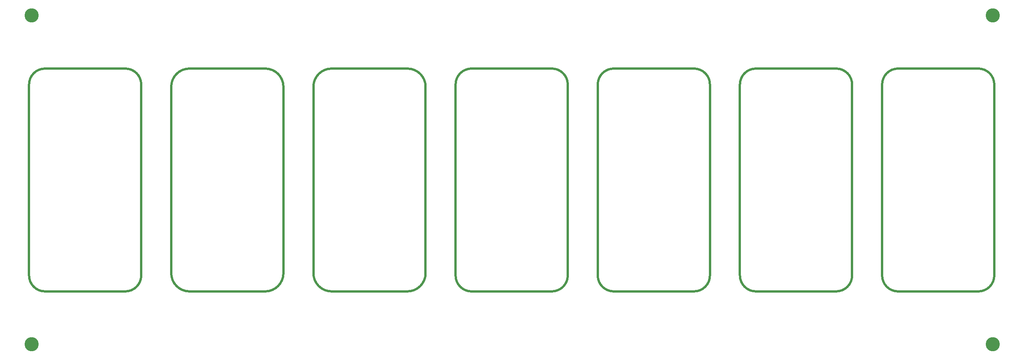
<source format=gbs>
G04 Layer: BottomSolderMaskLayer*
G04 EasyEDA Pro v1.9.29, 2023-06-21 20:50:08*
G04 Gerber Generator version 0.3*
G04 Scale: 100 percent, Rotated: No, Reflected: No*
G04 Dimensions in millimeters*
G04 Leading zeros omitted, absolute positions, 3 integers and 3 decimals*
%FSLAX33Y33*%
%MOMM*%
%ADD10C,0.499999*%
%ADD11C,3.101599*%
G75*


G04 Rect Start*
G54D10*
G01X66399Y-20150D02*
G01X66399Y-61150D01*
G03X70399Y-65150I4000J0D01*
G01X87021D01*
G03X91021Y-61150I0J4000D01*
G01Y-20150D01*
G03X87021Y-16150I-4000J0D01*
G01X70399D01*
G03X66399Y-20150I0J-4000D01*
G01X191240Y-19650D02*
G01X191240Y-61650D01*
G03X194740Y-65150I3500J0D01*
G01X212362D01*
G03X215862Y-61650I0J3500D01*
G01Y-19650D01*
G03X212362Y-16150I-3500J0D01*
G01X194740D01*
G03X191240Y-19650I0J-3500D01*
G01X160029Y-19650D02*
G01X160029Y-61650D01*
G03X163529Y-65150I3500J0D01*
G01X181151D01*
G03X184651Y-61650I0J3500D01*
G01Y-19650D01*
G03X181151Y-16150I-3500J0D01*
G01X163529D01*
G03X160029Y-19650I0J-3500D01*
G01X128819Y-19650D02*
G01X128819Y-61650D01*
G03X132319Y-65150I3500J0D01*
G01X149941D01*
G03X153441Y-61650I0J3500D01*
G01Y-19650D01*
G03X149941Y-16150I-3500J0D01*
G01X132319D01*
G03X128819Y-19650I0J-3500D01*
G01X97609Y-19650D02*
G01X97609Y-61650D01*
G03X101109Y-65150I3500J0D01*
G01X118731D01*
G03X122231Y-61650I0J3500D01*
G01Y-19650D01*
G03X118731Y-16150I-3500J0D01*
G01X101109D01*
G03X97609Y-19650I0J-3500D01*
G01X35188Y-20150D02*
G01X35188Y-61150D01*
G03X39188Y-65150I4000J0D01*
G01X55810D01*
G03X59810Y-61150I0J4000D01*
G01Y-20150D01*
G03X55810Y-16150I-4000J0D01*
G01X39188D01*
G03X35188Y-20150I0J-4000D01*
G01X3978Y-19650D02*
G01X3978Y-61650D01*
G03X7478Y-65150I3500J0D01*
G01X25100D01*
G03X28600Y-61650I0J3500D01*
G01Y-19650D01*
G03X25100Y-16150I-3500J0D01*
G01X7478D01*
G03X3978Y-19650I0J-3500D01*
G04 Rect End*

G04 Pad Start*
G54D11*
G01X215500Y-4500D03*
G01X215500Y-76800D03*
G01X4500Y-4500D03*
G01X4500Y-76800D03*
G04 Pad End*

M02*

</source>
